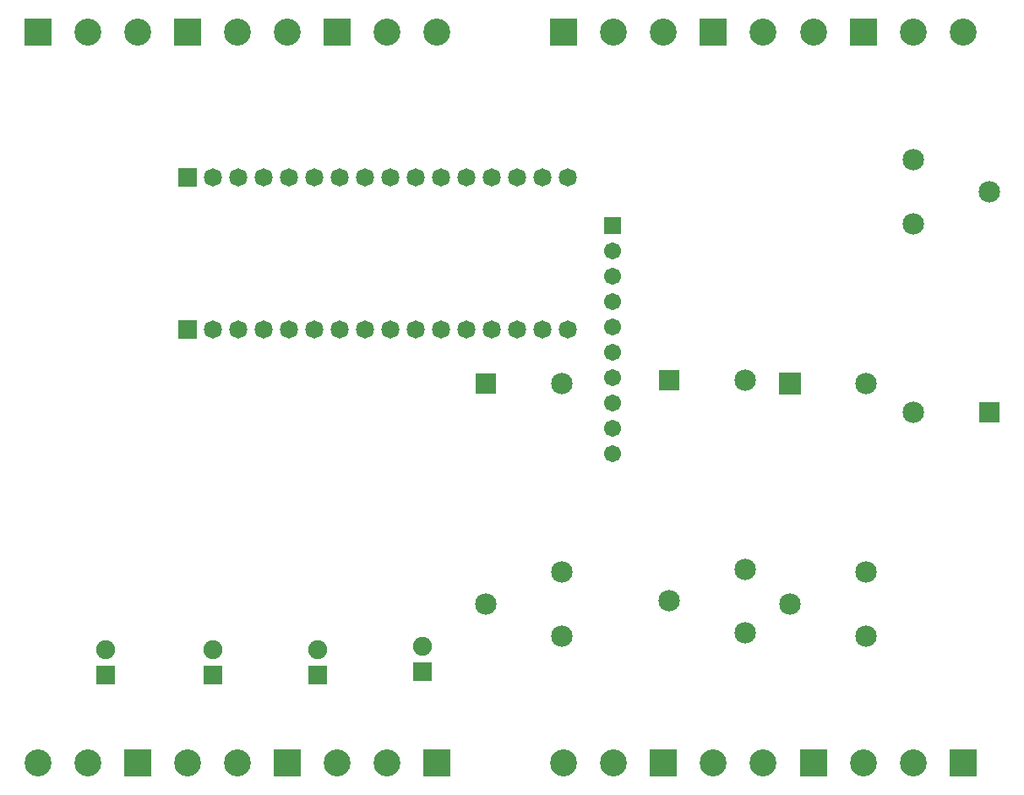
<source format=gbr>
%TF.GenerationSoftware,Novarm,DipTrace,3.0.0.2*%
%TF.CreationDate,2017-04-09T13:15:02+02:00*%
%FSLAX26Y26*%
%MOIN*%
%TF.FileFunction,Soldermask,Bot*%
%TF.Part,Single*%
%AMOUTLINE10*5,1,4,0,0,0.119885,-135.0*%
%ADD76R,0.084772X0.084772*%
%ADD78C,0.084772*%
%ADD80C,0.074929*%
%ADD82R,0.074929X0.074929*%
%ADD84C,0.067055*%
%ADD86R,0.067055X0.067055*%
%ADD88C,0.106425*%
%ADD90R,0.106425X0.106425*%
%ADD92C,0.07178*%
%ADD94R,0.07178X0.07178*%
%ADD119OUTLINE10*%
G75*
G01*
%LPD*%
D94*
X1181500Y2969000D3*
D92*
X1281500D3*
X1381500D3*
X1481500D3*
X1581500D3*
X1681500D3*
X1781500D3*
X1881500D3*
X1981500D3*
X2081500D3*
X2181500D3*
X2281500D3*
X2381500D3*
X2481500D3*
X2581500D3*
X2681500D3*
D94*
X1181500Y2369000D3*
D92*
X1281500D3*
X1381500D3*
X1481500D3*
X1581500D3*
X1681500D3*
X1781500D3*
X1881500D3*
X1981500D3*
X2081500D3*
X2181500D3*
X2281500D3*
X2381500D3*
X2481500D3*
X2581500D3*
X2681500D3*
D90*
X590850Y3543606D3*
D88*
X787701D3*
X984551D3*
D90*
X1181402D3*
D88*
X1378252D3*
X1575102D3*
D90*
X1771953D3*
D88*
X1968803D3*
X2165654D3*
D90*
X2665654D3*
D88*
X2862504D3*
X3059354D3*
D90*
X3256205D3*
D88*
X3453055D3*
X3649906D3*
D90*
X3846756D3*
D88*
X4043606D3*
X4240457D3*
D90*
X984551Y661717D3*
D88*
X787701D3*
X590850D3*
D90*
X1575102D3*
D88*
X1378252D3*
X1181402D3*
D90*
X2165654D3*
D88*
X1968803D3*
X1771953D3*
D90*
X3059354D3*
D88*
X2862504D3*
X2665654D3*
D90*
X3649906D3*
D88*
X3453055D3*
X3256205D3*
D90*
X4240457D3*
D88*
X4043606D3*
X3846756D3*
D86*
X2856500Y2781500D3*
D84*
Y2681500D3*
Y2581500D3*
Y2481500D3*
Y2381500D3*
Y2281500D3*
Y2181500D3*
Y2081500D3*
Y1981500D3*
Y1881500D3*
D82*
X856500Y1006500D3*
D80*
Y1106500D3*
D82*
X1281500Y1006500D3*
D80*
Y1106500D3*
D82*
X1694000Y1006500D3*
D80*
Y1106500D3*
D82*
X2106500Y1019000D3*
D80*
Y1119000D3*
D78*
X2656492Y2156471D3*
D76*
X2356492D3*
D78*
X2656492Y1412377D3*
X2356492Y1286392D3*
X2656492Y1160408D3*
X3381492Y2168971D3*
D76*
X3081492D3*
D78*
X3381492Y1424877D3*
X3081492Y1298892D3*
X3381492Y1172908D3*
X3856492Y2156471D3*
D119*
X3556492D3*
D78*
X3856492Y1412377D3*
X3556492Y1286392D3*
X3856492Y1160408D3*
X4044008Y2044029D3*
D76*
X4344008D3*
D78*
X4044008Y2788123D3*
X4344008Y2914108D3*
X4044008Y3040092D3*
M02*

</source>
